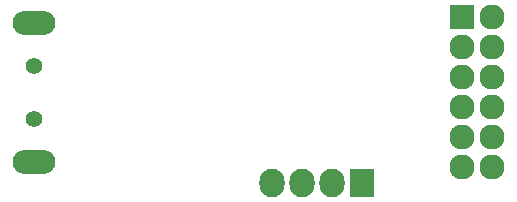
<source format=gbr>
G04 #@! TF.FileFunction,Soldermask,Bot*
%FSLAX46Y46*%
G04 Gerber Fmt 4.6, Leading zero omitted, Abs format (unit mm)*
G04 Created by KiCad (PCBNEW 4.0.2-stable) date 2016-10-02 16:05:12*
%MOMM*%
G01*
G04 APERTURE LIST*
%ADD10C,0.100000*%
%ADD11R,2.127200X2.127200*%
%ADD12O,2.127200X2.127200*%
%ADD13O,3.625600X2.025600*%
%ADD14C,1.400000*%
%ADD15R,2.127200X2.432000*%
%ADD16O,2.127200X2.432000*%
G04 APERTURE END LIST*
D10*
D11*
X88650000Y-53570000D03*
D12*
X91190000Y-53570000D03*
X88650000Y-56110000D03*
X91190000Y-56110000D03*
X88650000Y-58650000D03*
X91190000Y-58650000D03*
X88650000Y-61190000D03*
X91190000Y-61190000D03*
X88650000Y-63730000D03*
X91190000Y-63730000D03*
X88650000Y-66270000D03*
X91190000Y-66270000D03*
D13*
X52350000Y-54100000D03*
X52350000Y-65800000D03*
D14*
X52350000Y-57700000D03*
X52350000Y-62200000D03*
D15*
X80180000Y-67600000D03*
D16*
X77640000Y-67600000D03*
X75100000Y-67600000D03*
X72560000Y-67600000D03*
M02*

</source>
